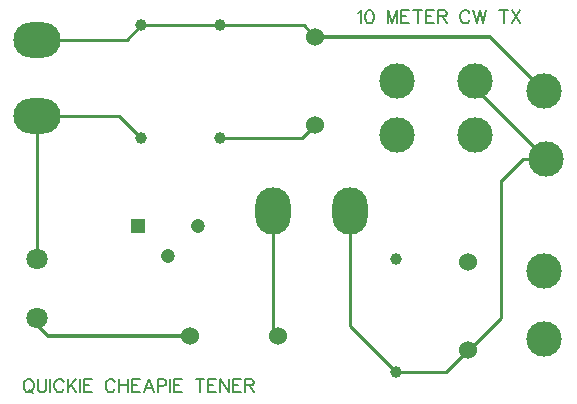
<source format=gtl>
G04 Layer: TopLayer*
G04 EasyEDA v6.5.15, 2022-09-28 12:13:24*
G04 892822c75daf4fab94dfbcc76b8c5603,1f4112cc517544ad8a54913e61995025,10*
G04 Gerber Generator version 0.2*
G04 Scale: 100 percent, Rotated: No, Reflected: No *
G04 Dimensions in millimeters *
G04 leading zeros omitted , absolute positions ,4 integer and 5 decimal *
%FSLAX45Y45*%
%MOMM*%

%ADD10C,0.1524*%
%ADD11C,0.2540*%
%ADD12C,0.3000*%
%ADD13O,3.9999919999999998X2.999994*%
%ADD14O,2.999994X3.9999919999999998*%
%ADD15C,1.5240*%
%ADD16C,2.9997*%
%ADD17C,1.2065*%
%ADD18R,1.2065X1.2065*%
%ADD19C,1.0000*%
%ADD20C,3.0000*%
%ADD21C,1.8000*%
%ADD22C,0.0152*%

%LPD*%
D10*
X4114800Y8946387D02*
G01*
X4125213Y8951721D01*
X4140708Y8967215D01*
X4140708Y8858250D01*
X4206240Y8967215D02*
G01*
X4190745Y8962136D01*
X4180331Y8946387D01*
X4174997Y8920479D01*
X4174997Y8904986D01*
X4180331Y8878824D01*
X4190745Y8863329D01*
X4206240Y8858250D01*
X4216654Y8858250D01*
X4232147Y8863329D01*
X4242561Y8878824D01*
X4247895Y8904986D01*
X4247895Y8920479D01*
X4242561Y8946387D01*
X4232147Y8962136D01*
X4216654Y8967215D01*
X4206240Y8967215D01*
X4362195Y8967215D02*
G01*
X4362195Y8858250D01*
X4362195Y8967215D02*
G01*
X4403597Y8858250D01*
X4445254Y8967215D02*
G01*
X4403597Y8858250D01*
X4445254Y8967215D02*
G01*
X4445254Y8858250D01*
X4479543Y8967215D02*
G01*
X4479543Y8858250D01*
X4479543Y8967215D02*
G01*
X4547108Y8967215D01*
X4479543Y8915400D02*
G01*
X4521200Y8915400D01*
X4479543Y8858250D02*
G01*
X4547108Y8858250D01*
X4617720Y8967215D02*
G01*
X4617720Y8858250D01*
X4581397Y8967215D02*
G01*
X4654041Y8967215D01*
X4688331Y8967215D02*
G01*
X4688331Y8858250D01*
X4688331Y8967215D02*
G01*
X4755895Y8967215D01*
X4688331Y8915400D02*
G01*
X4729988Y8915400D01*
X4688331Y8858250D02*
G01*
X4755895Y8858250D01*
X4790186Y8967215D02*
G01*
X4790186Y8858250D01*
X4790186Y8967215D02*
G01*
X4836922Y8967215D01*
X4852670Y8962136D01*
X4857750Y8956802D01*
X4862829Y8946387D01*
X4862829Y8935974D01*
X4857750Y8925560D01*
X4852670Y8920479D01*
X4836922Y8915400D01*
X4790186Y8915400D01*
X4826508Y8915400D02*
G01*
X4862829Y8858250D01*
X5055108Y8941308D02*
G01*
X5050027Y8951721D01*
X5039613Y8962136D01*
X5029200Y8967215D01*
X5008372Y8967215D01*
X4997958Y8962136D01*
X4987543Y8951721D01*
X4982463Y8941308D01*
X4977129Y8925560D01*
X4977129Y8899652D01*
X4982463Y8884158D01*
X4987543Y8873744D01*
X4997958Y8863329D01*
X5008372Y8858250D01*
X5029200Y8858250D01*
X5039613Y8863329D01*
X5050027Y8873744D01*
X5055108Y8884158D01*
X5089397Y8967215D02*
G01*
X5115559Y8858250D01*
X5141468Y8967215D02*
G01*
X5115559Y8858250D01*
X5141468Y8967215D02*
G01*
X5167375Y8858250D01*
X5193284Y8967215D02*
G01*
X5167375Y8858250D01*
X5344159Y8967215D02*
G01*
X5344159Y8858250D01*
X5307584Y8967215D02*
G01*
X5380481Y8967215D01*
X5414772Y8967215D02*
G01*
X5487415Y8858250D01*
X5487415Y8967215D02*
G01*
X5414772Y8858250D01*
X1313942Y5843015D02*
G01*
X1303528Y5837936D01*
X1293113Y5827521D01*
X1287779Y5817107D01*
X1282700Y5801360D01*
X1282700Y5775452D01*
X1287779Y5759957D01*
X1293113Y5749544D01*
X1303528Y5739129D01*
X1313942Y5734050D01*
X1334770Y5734050D01*
X1344929Y5739129D01*
X1355344Y5749544D01*
X1360678Y5759957D01*
X1365757Y5775452D01*
X1365757Y5801360D01*
X1360678Y5817107D01*
X1355344Y5827521D01*
X1344929Y5837936D01*
X1334770Y5843015D01*
X1313942Y5843015D01*
X1329436Y5754623D02*
G01*
X1360678Y5723636D01*
X1400047Y5843015D02*
G01*
X1400047Y5765037D01*
X1405381Y5749544D01*
X1415795Y5739129D01*
X1431289Y5734050D01*
X1441704Y5734050D01*
X1457197Y5739129D01*
X1467612Y5749544D01*
X1472945Y5765037D01*
X1472945Y5843015D01*
X1507236Y5843015D02*
G01*
X1507236Y5734050D01*
X1619250Y5817107D02*
G01*
X1614170Y5827521D01*
X1603755Y5837936D01*
X1593342Y5843015D01*
X1572513Y5843015D01*
X1562100Y5837936D01*
X1551939Y5827521D01*
X1546605Y5817107D01*
X1541526Y5801360D01*
X1541526Y5775452D01*
X1546605Y5759957D01*
X1551939Y5749544D01*
X1562100Y5739129D01*
X1572513Y5734050D01*
X1593342Y5734050D01*
X1603755Y5739129D01*
X1614170Y5749544D01*
X1619250Y5759957D01*
X1653539Y5843015D02*
G01*
X1653539Y5734050D01*
X1726437Y5843015D02*
G01*
X1653539Y5770371D01*
X1679702Y5796279D02*
G01*
X1726437Y5734050D01*
X1760728Y5843015D02*
G01*
X1760728Y5734050D01*
X1795018Y5843015D02*
G01*
X1795018Y5734050D01*
X1795018Y5843015D02*
G01*
X1862581Y5843015D01*
X1795018Y5791200D02*
G01*
X1836420Y5791200D01*
X1795018Y5734050D02*
G01*
X1862581Y5734050D01*
X2054859Y5817107D02*
G01*
X2049525Y5827521D01*
X2039111Y5837936D01*
X2028697Y5843015D01*
X2007870Y5843015D01*
X1997709Y5837936D01*
X1987295Y5827521D01*
X1981961Y5817107D01*
X1976881Y5801360D01*
X1976881Y5775452D01*
X1981961Y5759957D01*
X1987295Y5749544D01*
X1997709Y5739129D01*
X2007870Y5734050D01*
X2028697Y5734050D01*
X2039111Y5739129D01*
X2049525Y5749544D01*
X2054859Y5759957D01*
X2089150Y5843015D02*
G01*
X2089150Y5734050D01*
X2161793Y5843015D02*
G01*
X2161793Y5734050D01*
X2089150Y5791200D02*
G01*
X2161793Y5791200D01*
X2196084Y5843015D02*
G01*
X2196084Y5734050D01*
X2196084Y5843015D02*
G01*
X2263647Y5843015D01*
X2196084Y5791200D02*
G01*
X2237740Y5791200D01*
X2196084Y5734050D02*
G01*
X2263647Y5734050D01*
X2339340Y5843015D02*
G01*
X2297938Y5734050D01*
X2339340Y5843015D02*
G01*
X2380995Y5734050D01*
X2313431Y5770371D02*
G01*
X2365502Y5770371D01*
X2415286Y5843015D02*
G01*
X2415286Y5734050D01*
X2415286Y5843015D02*
G01*
X2462022Y5843015D01*
X2477770Y5837936D01*
X2482850Y5832602D01*
X2487929Y5822187D01*
X2487929Y5806694D01*
X2482850Y5796279D01*
X2477770Y5791200D01*
X2462022Y5785865D01*
X2415286Y5785865D01*
X2522220Y5843015D02*
G01*
X2522220Y5734050D01*
X2556509Y5843015D02*
G01*
X2556509Y5734050D01*
X2556509Y5843015D02*
G01*
X2624074Y5843015D01*
X2556509Y5791200D02*
G01*
X2598165Y5791200D01*
X2556509Y5734050D02*
G01*
X2624074Y5734050D01*
X2774950Y5843015D02*
G01*
X2774950Y5734050D01*
X2738374Y5843015D02*
G01*
X2811272Y5843015D01*
X2845561Y5843015D02*
G01*
X2845561Y5734050D01*
X2845561Y5843015D02*
G01*
X2913125Y5843015D01*
X2845561Y5791200D02*
G01*
X2886963Y5791200D01*
X2845561Y5734050D02*
G01*
X2913125Y5734050D01*
X2947415Y5843015D02*
G01*
X2947415Y5734050D01*
X2947415Y5843015D02*
G01*
X3020059Y5734050D01*
X3020059Y5843015D02*
G01*
X3020059Y5734050D01*
X3054350Y5843015D02*
G01*
X3054350Y5734050D01*
X3054350Y5843015D02*
G01*
X3121913Y5843015D01*
X3054350Y5791200D02*
G01*
X3096006Y5791200D01*
X3054350Y5734050D02*
G01*
X3121913Y5734050D01*
X3156204Y5843015D02*
G01*
X3156204Y5734050D01*
X3156204Y5843015D02*
G01*
X3202940Y5843015D01*
X3218434Y5837936D01*
X3223768Y5832602D01*
X3228847Y5822187D01*
X3228847Y5811773D01*
X3223768Y5801360D01*
X3218434Y5796279D01*
X3202940Y5791200D01*
X3156204Y5791200D01*
X3192525Y5791200D02*
G01*
X3228847Y5734050D01*
D11*
X5041900Y6089296D02*
G01*
X5047889Y6089296D01*
X5321300Y6362700D01*
X5321300Y7531100D01*
X5334000Y7531100D01*
X5511800Y7708900D01*
X5702325Y7708900D01*
D12*
X5105400Y8369300D02*
G01*
X5105400Y8305812D01*
X5702312Y7708900D01*
D11*
X5105400Y8369300D02*
G01*
X5105400Y8305825D01*
D12*
X3746500Y8744310D02*
G01*
X5225702Y8744310D01*
X5689612Y8280400D01*
X1397000Y6362799D02*
G01*
X1397000Y6299200D01*
X1485900Y6210300D01*
X2685694Y6210300D01*
D11*
X5105400Y7912100D02*
G01*
X5143487Y7912100D01*
X4432300Y5905500D02*
G01*
X4858105Y5905500D01*
X5041900Y6089294D01*
X4046090Y7264400D02*
G01*
X4046090Y6291709D01*
X4432300Y5905500D01*
X3435705Y6210300D02*
G01*
X3396109Y6249896D01*
X3396109Y7264400D01*
X1397000Y6862800D02*
G01*
X1397000Y8069696D01*
X2946400Y7886712D02*
G01*
X3638913Y7886712D01*
X3746500Y7994299D01*
X1397000Y8069699D02*
G01*
X2090313Y8069699D01*
X2273300Y7886712D01*
X2946400Y8839212D02*
G01*
X3651597Y8839212D01*
X3746500Y8744310D01*
X2273300Y8839212D02*
G01*
X2946400Y8839212D01*
X1397000Y8719685D02*
G01*
X2153772Y8719685D01*
X2273300Y8839212D01*
D13*
G01*
X1397000Y8719685D03*
G01*
X1397000Y8069699D03*
D14*
G01*
X3396114Y7264400D03*
G01*
X4046100Y7264400D03*
D15*
G01*
X3435710Y6210300D03*
G01*
X2685699Y6210300D03*
G01*
X3746500Y8744310D03*
G01*
X3746500Y7994299D03*
G01*
X5041900Y6839310D03*
G01*
X5041900Y6089299D03*
D16*
G01*
X4445000Y7912100D03*
G01*
X5105400Y7912100D03*
G01*
X5105400Y8369300D03*
G01*
X4445000Y8369300D03*
D17*
G01*
X2755900Y7137400D03*
G01*
X2501900Y6883400D03*
D18*
G01*
X2247900Y7137400D03*
D19*
G01*
X2273300Y7886712D03*
G01*
X2273300Y8839212D03*
G01*
X4432300Y5905512D03*
G01*
X4432300Y6858012D03*
G01*
X2946400Y7886712D03*
G01*
X2946400Y8839212D03*
D20*
G01*
X5689587Y6756400D03*
G01*
X5689587Y6184900D03*
G01*
X5689612Y8280400D03*
G01*
X5702312Y7708900D03*
D21*
G01*
X1397010Y6862800D03*
G01*
X1397010Y6362801D03*
M02*

</source>
